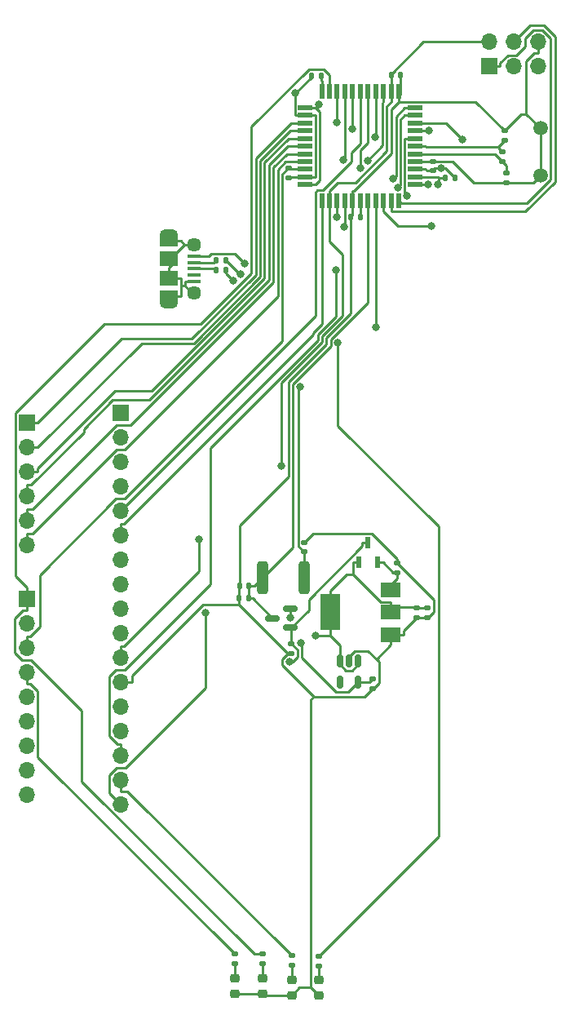
<source format=gbr>
%TF.GenerationSoftware,KiCad,Pcbnew,7.0.8*%
%TF.CreationDate,2023-11-08T08:48:13-05:00*%
%TF.ProjectId,Sleepduino,536c6565-7064-4756-996e-6f2e6b696361,rev?*%
%TF.SameCoordinates,Original*%
%TF.FileFunction,Copper,L1,Top*%
%TF.FilePolarity,Positive*%
%FSLAX46Y46*%
G04 Gerber Fmt 4.6, Leading zero omitted, Abs format (unit mm)*
G04 Created by KiCad (PCBNEW 7.0.8) date 2023-11-08 08:48:13*
%MOMM*%
%LPD*%
G01*
G04 APERTURE LIST*
G04 Aperture macros list*
%AMRoundRect*
0 Rectangle with rounded corners*
0 $1 Rounding radius*
0 $2 $3 $4 $5 $6 $7 $8 $9 X,Y pos of 4 corners*
0 Add a 4 corners polygon primitive as box body*
4,1,4,$2,$3,$4,$5,$6,$7,$8,$9,$2,$3,0*
0 Add four circle primitives for the rounded corners*
1,1,$1+$1,$2,$3*
1,1,$1+$1,$4,$5*
1,1,$1+$1,$6,$7*
1,1,$1+$1,$8,$9*
0 Add four rect primitives between the rounded corners*
20,1,$1+$1,$2,$3,$4,$5,0*
20,1,$1+$1,$4,$5,$6,$7,0*
20,1,$1+$1,$6,$7,$8,$9,0*
20,1,$1+$1,$8,$9,$2,$3,0*%
G04 Aperture macros list end*
%TA.AperFunction,ComponentPad*%
%ADD10R,1.700000X1.700000*%
%TD*%
%TA.AperFunction,ComponentPad*%
%ADD11O,1.700000X1.700000*%
%TD*%
%TA.AperFunction,SMDPad,CuDef*%
%ADD12RoundRect,0.135000X0.135000X0.185000X-0.135000X0.185000X-0.135000X-0.185000X0.135000X-0.185000X0*%
%TD*%
%TA.AperFunction,SMDPad,CuDef*%
%ADD13RoundRect,0.140000X-0.140000X-0.170000X0.140000X-0.170000X0.140000X0.170000X-0.140000X0.170000X0*%
%TD*%
%TA.AperFunction,SMDPad,CuDef*%
%ADD14RoundRect,0.140000X0.170000X-0.140000X0.170000X0.140000X-0.170000X0.140000X-0.170000X-0.140000X0*%
%TD*%
%TA.AperFunction,SMDPad,CuDef*%
%ADD15RoundRect,0.135000X-0.135000X-0.185000X0.135000X-0.185000X0.135000X0.185000X-0.135000X0.185000X0*%
%TD*%
%TA.AperFunction,SMDPad,CuDef*%
%ADD16RoundRect,0.135000X-0.185000X0.135000X-0.185000X-0.135000X0.185000X-0.135000X0.185000X0.135000X0*%
%TD*%
%TA.AperFunction,SMDPad,CuDef*%
%ADD17RoundRect,0.218750X0.256250X-0.218750X0.256250X0.218750X-0.256250X0.218750X-0.256250X-0.218750X0*%
%TD*%
%TA.AperFunction,SMDPad,CuDef*%
%ADD18R,2.000000X1.500000*%
%TD*%
%TA.AperFunction,SMDPad,CuDef*%
%ADD19R,2.000000X3.800000*%
%TD*%
%TA.AperFunction,SMDPad,CuDef*%
%ADD20RoundRect,0.140000X0.140000X0.170000X-0.140000X0.170000X-0.140000X-0.170000X0.140000X-0.170000X0*%
%TD*%
%TA.AperFunction,SMDPad,CuDef*%
%ADD21R,0.533400X1.168400*%
%TD*%
%TA.AperFunction,SMDPad,CuDef*%
%ADD22RoundRect,0.150000X0.587500X0.150000X-0.587500X0.150000X-0.587500X-0.150000X0.587500X-0.150000X0*%
%TD*%
%TA.AperFunction,SMDPad,CuDef*%
%ADD23RoundRect,0.140000X-0.170000X0.140000X-0.170000X-0.140000X0.170000X-0.140000X0.170000X0.140000X0*%
%TD*%
%TA.AperFunction,SMDPad,CuDef*%
%ADD24R,0.550000X1.500000*%
%TD*%
%TA.AperFunction,SMDPad,CuDef*%
%ADD25R,1.500000X0.550000*%
%TD*%
%TA.AperFunction,SMDPad,CuDef*%
%ADD26RoundRect,0.135000X0.185000X-0.135000X0.185000X0.135000X-0.185000X0.135000X-0.185000X-0.135000X0*%
%TD*%
%TA.AperFunction,SMDPad,CuDef*%
%ADD27R,1.350000X0.400000*%
%TD*%
%TA.AperFunction,ComponentPad*%
%ADD28O,1.900000X1.200000*%
%TD*%
%TA.AperFunction,SMDPad,CuDef*%
%ADD29R,1.900000X1.200000*%
%TD*%
%TA.AperFunction,ComponentPad*%
%ADD30C,1.450000*%
%TD*%
%TA.AperFunction,SMDPad,CuDef*%
%ADD31R,1.900000X1.500000*%
%TD*%
%TA.AperFunction,SMDPad,CuDef*%
%ADD32RoundRect,0.150000X-0.150000X0.512500X-0.150000X-0.512500X0.150000X-0.512500X0.150000X0.512500X0*%
%TD*%
%TA.AperFunction,ComponentPad*%
%ADD33C,1.500000*%
%TD*%
%TA.AperFunction,SMDPad,CuDef*%
%ADD34RoundRect,0.250000X-0.312500X-1.450000X0.312500X-1.450000X0.312500X1.450000X-0.312500X1.450000X0*%
%TD*%
%TA.AperFunction,ViaPad*%
%ADD35C,0.800000*%
%TD*%
%TA.AperFunction,Conductor*%
%ADD36C,0.250000*%
%TD*%
G04 APERTURE END LIST*
D10*
%TO.P,J3,1,Pin_1*%
%TO.N,~IO13*%
X153797000Y-99060000D03*
D11*
%TO.P,J3,2,Pin_2*%
%TO.N,+3.3V*%
X153797000Y-101600000D03*
%TO.P,J3,3,Pin_3*%
%TO.N,AREF*%
X153797000Y-104140000D03*
%TO.P,J3,4,Pin_4*%
%TO.N,+5V*%
X153797000Y-106680000D03*
%TO.P,J3,5,Pin_5*%
%TO.N,RST*%
X153797000Y-109220000D03*
%TO.P,J3,6,Pin_6*%
%TO.N,GND*%
X153797000Y-111760000D03*
%TO.P,J3,7,Pin_7*%
%TO.N,Vin*%
X153797000Y-114300000D03*
%TO.P,J3,8,Pin_8*%
%TO.N,MISO*%
X153797000Y-116840000D03*
%TO.P,J3,9,Pin_9*%
%TO.N,SCK*%
X153797000Y-119380000D03*
%TD*%
D10*
%TO.P,J5,1,Pin_1*%
%TO.N,A0*%
X153797000Y-80772000D03*
D11*
%TO.P,J5,2,Pin_2*%
%TO.N,A1*%
X153797000Y-83312000D03*
%TO.P,J5,3,Pin_3*%
%TO.N,A2*%
X153797000Y-85852000D03*
%TO.P,J5,4,Pin_4*%
%TO.N,A3*%
X153797000Y-88392000D03*
%TO.P,J5,5,Pin_5*%
%TO.N,A4*%
X153797000Y-90932000D03*
%TO.P,J5,6,Pin_6*%
%TO.N,A5*%
X153797000Y-93472000D03*
%TD*%
D10*
%TO.P,J4,1,Pin_1*%
%TO.N,~IO12*%
X163576000Y-79756000D03*
D11*
%TO.P,J4,2,Pin_2*%
%TO.N,~IO11*%
X163576000Y-82296000D03*
%TO.P,J4,3,Pin_3*%
%TO.N,~IO10*%
X163576000Y-84836000D03*
%TO.P,J4,4,Pin_4*%
%TO.N,~IO9*%
X163576000Y-87376000D03*
%TO.P,J4,5,Pin_5*%
%TO.N,IO8*%
X163576000Y-89916000D03*
%TO.P,J4,6,Pin_6*%
%TO.N,~D7*%
X163576000Y-92456000D03*
%TO.P,J4,7,Pin_7*%
%TO.N,~D6*%
X163576000Y-94996000D03*
%TO.P,J4,8,Pin_8*%
%TO.N,~D5*%
X163576000Y-97536000D03*
%TO.P,J4,9,Pin_9*%
%TO.N,~D4*%
X163576000Y-100076000D03*
%TO.P,J4,10,Pin_10*%
%TO.N,D3{slash}SCL*%
X163576000Y-102616000D03*
%TO.P,J4,11,Pin_11*%
%TO.N,D2{slash}SDA*%
X163576000Y-105156000D03*
%TO.P,J4,12,Pin_12*%
%TO.N,GND*%
X163576000Y-107696000D03*
%TO.P,J4,13,Pin_13*%
%TO.N,RST*%
X163576000Y-110236000D03*
%TO.P,J4,14,Pin_14*%
%TO.N,D0{slash}RX*%
X163576000Y-112776000D03*
%TO.P,J4,15,Pin_15*%
%TO.N,D1{slash}TX*%
X163576000Y-115316000D03*
%TO.P,J4,16,Pin_16*%
%TO.N,RX_LED*%
X163576000Y-117856000D03*
%TO.P,J4,17,Pin_17*%
%TO.N,MOSI*%
X163576000Y-120396000D03*
%TD*%
D12*
%TO.P,R11,1*%
%TO.N,Net-(U1-~{HWB}{slash}PE2)*%
X184404000Y-44831000D03*
%TO.P,R11,2*%
%TO.N,GND*%
X183384000Y-44831000D03*
%TD*%
%TO.P,R10,2*%
%TO.N,RST*%
X197231000Y-55372000D03*
%TO.P,R10,1*%
%TO.N,+5V*%
X198251000Y-55372000D03*
%TD*%
D13*
%TO.P,C12,1*%
%TO.N,+5V*%
X191643000Y-44704000D03*
%TO.P,C12,2*%
%TO.N,GND*%
X192603000Y-44704000D03*
%TD*%
D14*
%TO.P,C11,2*%
%TO.N,GND*%
X195961000Y-53650000D03*
%TO.P,C11,1*%
%TO.N,+5V*%
X195961000Y-54610000D03*
%TD*%
%TO.P,C10,1*%
%TO.N,GND*%
X180975000Y-55344000D03*
%TO.P,C10,2*%
%TO.N,AREF*%
X180975000Y-54384000D03*
%TD*%
D13*
%TO.P,C9,1*%
%TO.N,GND*%
X187480000Y-59436000D03*
%TO.P,C9,2*%
%TO.N,Net-(U1-UCAP)*%
X188440000Y-59436000D03*
%TD*%
D15*
%TO.P,R6,2*%
%TO.N,D-*%
X174494000Y-63923000D03*
%TO.P,R6,1*%
%TO.N,Net-(J2-D-)*%
X173474000Y-63923000D03*
%TD*%
D16*
%TO.P,R9,1*%
%TO.N,+5V*%
X175394800Y-135931400D03*
%TO.P,R9,2*%
%TO.N,Net-(ON1-A)*%
X175394800Y-136951400D03*
%TD*%
%TO.P,R1,1*%
%TO.N,Vin*%
X181253000Y-103692000D03*
%TO.P,R1,2*%
%TO.N,GND*%
X181253000Y-104712000D03*
%TD*%
D17*
%TO.P,LED_BUILTIN1,1,K*%
%TO.N,GND*%
X178323700Y-140046400D03*
%TO.P,LED_BUILTIN1,2,A*%
%TO.N,Net-(LED_BUILTIN1-A)*%
X178323700Y-138471400D03*
%TD*%
D16*
%TO.P,R7,1*%
%TO.N,Net-(U1-PD5)*%
X184150000Y-136144000D03*
%TO.P,R7,2*%
%TO.N,Net-(TX1-A)*%
X184150000Y-137164000D03*
%TD*%
%TO.P,R8,2*%
%TO.N,Net-(LED_BUILTIN1-A)*%
X178323700Y-136951400D03*
%TO.P,R8,1*%
%TO.N,~IO13*%
X178323700Y-135931400D03*
%TD*%
D14*
%TO.P,C1,1*%
%TO.N,Net-(U2-S)*%
X192253000Y-96337000D03*
%TO.P,C1,2*%
%TO.N,GND*%
X192253000Y-95377000D03*
%TD*%
D18*
%TO.P,U3,1,GND*%
%TO.N,GND*%
X191618000Y-102757000D03*
%TO.P,U3,2,VO*%
%TO.N,+5V*%
X191618000Y-100457000D03*
D19*
X185318000Y-100457000D03*
D18*
%TO.P,U3,3,VI*%
%TO.N,Net-(U2-S)*%
X191618000Y-98157000D03*
%TD*%
D14*
%TO.P,C3,1*%
%TO.N,GND*%
X203581000Y-55852000D03*
%TO.P,C3,2*%
%TO.N,XTAL2*%
X203581000Y-54892000D03*
%TD*%
D20*
%TO.P,C7,1*%
%TO.N,Vusb*%
X176903000Y-97689500D03*
%TO.P,C7,2*%
%TO.N,GND*%
X175943000Y-97689500D03*
%TD*%
D14*
%TO.P,C8,2*%
%TO.N,GND*%
X182633000Y-93222000D03*
%TO.P,C8,1*%
%TO.N,Net-(J2-VBUS)*%
X182633000Y-94182000D03*
%TD*%
D21*
%TO.P,U2,1,G*%
%TO.N,+5V*%
X188302999Y-95248000D03*
%TO.P,U2,2,S*%
%TO.N,Net-(U2-S)*%
X190203001Y-95248000D03*
%TO.P,U2,3,D*%
%TO.N,Vin*%
X189253000Y-93216000D03*
%TD*%
D17*
%TO.P,TX1,1,K*%
%TO.N,GND*%
X184150000Y-140208000D03*
%TO.P,TX1,2,A*%
%TO.N,Net-(TX1-A)*%
X184150000Y-138633000D03*
%TD*%
D22*
%TO.P,Q1,1,G*%
%TO.N,Vin*%
X181220500Y-102022000D03*
%TO.P,Q1,2,S*%
%TO.N,+5V*%
X181220500Y-100122000D03*
%TO.P,Q1,3,D*%
%TO.N,Vusb*%
X179345500Y-101072000D03*
%TD*%
D23*
%TO.P,C4,1*%
%TO.N,GND*%
X203454000Y-50503000D03*
%TO.P,C4,2*%
%TO.N,XTAL1*%
X203454000Y-51463000D03*
%TD*%
D17*
%TO.P,ON1,1,K*%
%TO.N,GND*%
X175394800Y-140046400D03*
%TO.P,ON1,2,A*%
%TO.N,Net-(ON1-A)*%
X175394800Y-138471400D03*
%TD*%
D16*
%TO.P,R5,1*%
%TO.N,RX_LED*%
X181329300Y-136093000D03*
%TO.P,R5,2*%
%TO.N,Net-(RX1-A)*%
X181329300Y-137113000D03*
%TD*%
D10*
%TO.P,J1,1,Pin_1*%
%TO.N,MISO*%
X201803000Y-43815000D03*
D11*
%TO.P,J1,2,Pin_2*%
%TO.N,+5V*%
X201803000Y-41275000D03*
%TO.P,J1,3,Pin_3*%
%TO.N,SCK*%
X204343000Y-43815000D03*
%TO.P,J1,4,Pin_4*%
%TO.N,MOSI*%
X204343000Y-41275000D03*
%TO.P,J1,5,Pin_5*%
%TO.N,RESET*%
X206883000Y-43815000D03*
%TO.P,J1,6,Pin_6*%
%TO.N,GND*%
X206883000Y-41275000D03*
%TD*%
D12*
%TO.P,R3,1*%
%TO.N,Vusb*%
X176903000Y-99009500D03*
%TO.P,R3,2*%
%TO.N,GND*%
X175883000Y-99009500D03*
%TD*%
D15*
%TO.P,R4,2*%
%TO.N,D+*%
X174498000Y-64939000D03*
%TO.P,R4,1*%
%TO.N,Net-(J2-D+)*%
X173478000Y-64939000D03*
%TD*%
D24*
%TO.P,U1,1,PE6*%
%TO.N,~D7*%
X184443000Y-57785000D03*
%TO.P,U1,2,UVCC*%
%TO.N,+5V*%
X185243000Y-57785000D03*
%TO.P,U1,3,D-*%
%TO.N,D-*%
X186043000Y-57785000D03*
%TO.P,U1,4,D+*%
%TO.N,D+*%
X186843000Y-57785000D03*
%TO.P,U1,5,UGND*%
%TO.N,GND*%
X187643000Y-57785000D03*
%TO.P,U1,6,UCAP*%
%TO.N,Net-(U1-UCAP)*%
X188443000Y-57785000D03*
%TO.P,U1,7,VBUS*%
%TO.N,Vusb*%
X189243000Y-57785000D03*
%TO.P,U1,8,PB0*%
%TO.N,RX_LED*%
X190043000Y-57785000D03*
%TO.P,U1,9,PB1*%
%TO.N,SCK*%
X190843000Y-57785000D03*
%TO.P,U1,10,PB2*%
%TO.N,MOSI*%
X191643000Y-57785000D03*
%TO.P,U1,11,PB3*%
%TO.N,MISO*%
X192443000Y-57785000D03*
D25*
%TO.P,U1,12,PB7*%
%TO.N,~IO11*%
X194143000Y-56085000D03*
%TO.P,U1,13,~{RESET}*%
%TO.N,RST*%
X194143000Y-55285000D03*
%TO.P,U1,14,VCC*%
%TO.N,+5V*%
X194143000Y-54485000D03*
%TO.P,U1,15,GND*%
%TO.N,GND*%
X194143000Y-53685000D03*
%TO.P,U1,16,XTAL2*%
%TO.N,XTAL2*%
X194143000Y-52885000D03*
%TO.P,U1,17,XTAL1*%
%TO.N,XTAL1*%
X194143000Y-52085000D03*
%TO.P,U1,18,PD0*%
%TO.N,D3{slash}SCL*%
X194143000Y-51285000D03*
%TO.P,U1,19,PD1*%
%TO.N,D2{slash}SDA*%
X194143000Y-50485000D03*
%TO.P,U1,20,PD2*%
%TO.N,D0{slash}RX*%
X194143000Y-49685000D03*
%TO.P,U1,21,PD3*%
%TO.N,D1{slash}TX*%
X194143000Y-48885000D03*
%TO.P,U1,22,PD5*%
%TO.N,Net-(U1-PD5)*%
X194143000Y-48085000D03*
D24*
%TO.P,U1,23,GND*%
%TO.N,GND*%
X192443000Y-46385000D03*
%TO.P,U1,24,AVCC*%
%TO.N,+5V*%
X191643000Y-46385000D03*
%TO.P,U1,25,PD4*%
%TO.N,~D4*%
X190843000Y-46385000D03*
%TO.P,U1,26,PD6*%
%TO.N,~IO12*%
X190043000Y-46385000D03*
%TO.P,U1,27,PD7*%
%TO.N,~D6*%
X189243000Y-46385000D03*
%TO.P,U1,28,PB4*%
%TO.N,IO8*%
X188443000Y-46385000D03*
%TO.P,U1,29,PB5*%
%TO.N,~IO9*%
X187643000Y-46385000D03*
%TO.P,U1,30,PB6*%
%TO.N,~IO10*%
X186843000Y-46385000D03*
%TO.P,U1,31,PC6*%
%TO.N,~D5*%
X186043000Y-46385000D03*
%TO.P,U1,32,PC7*%
%TO.N,~IO13*%
X185243000Y-46385000D03*
%TO.P,U1,33,~{HWB}/PE2*%
%TO.N,Net-(U1-~{HWB}{slash}PE2)*%
X184443000Y-46385000D03*
D25*
%TO.P,U1,34,VCC*%
%TO.N,+5V*%
X182743000Y-48085000D03*
%TO.P,U1,35,GND*%
%TO.N,GND*%
X182743000Y-48885000D03*
%TO.P,U1,36,PF7*%
%TO.N,A0*%
X182743000Y-49685000D03*
%TO.P,U1,37,PF6*%
%TO.N,A1*%
X182743000Y-50485000D03*
%TO.P,U1,38,PF5*%
%TO.N,A2*%
X182743000Y-51285000D03*
%TO.P,U1,39,PF4*%
%TO.N,A3*%
X182743000Y-52085000D03*
%TO.P,U1,40,PF1*%
%TO.N,A4*%
X182743000Y-52885000D03*
%TO.P,U1,41,PF0*%
%TO.N,A5*%
X182743000Y-53685000D03*
%TO.P,U1,42,AREF*%
%TO.N,AREF*%
X182743000Y-54485000D03*
%TO.P,U1,43,GND*%
%TO.N,GND*%
X182743000Y-55285000D03*
%TO.P,U1,44,AVCC*%
%TO.N,+5V*%
X182743000Y-56085000D03*
%TD*%
D26*
%TO.P,R2,1*%
%TO.N,XTAL2*%
X203200000Y-53686000D03*
%TO.P,R2,2*%
%TO.N,XTAL1*%
X203200000Y-52666000D03*
%TD*%
D27*
%TO.P,J2,1,VBUS*%
%TO.N,Net-(J2-VBUS)*%
X171229000Y-63491000D03*
%TO.P,J2,2,D-*%
%TO.N,Net-(J2-D-)*%
X171229000Y-64141000D03*
%TO.P,J2,3,D+*%
%TO.N,Net-(J2-D+)*%
X171229000Y-64791000D03*
%TO.P,J2,4,ID*%
%TO.N,unconnected-(J2-ID-Pad4)*%
X171229000Y-65441000D03*
%TO.P,J2,5,GND*%
%TO.N,GND*%
X171229000Y-66091000D03*
D28*
%TO.P,J2,6,Shield*%
X168529000Y-61291000D03*
D29*
X168529000Y-61891000D03*
D30*
X171229000Y-62291000D03*
D31*
X168529000Y-63791000D03*
X168529000Y-65791000D03*
D30*
X171229000Y-67291000D03*
D29*
X168529000Y-67691000D03*
D28*
X168529000Y-68291000D03*
%TD*%
D23*
%TO.P,C6,2*%
%TO.N,GND*%
X189763000Y-108362000D03*
%TO.P,C6,1*%
%TO.N,+3.3V*%
X189763000Y-107402000D03*
%TD*%
%TO.P,C5,1*%
%TO.N,+5V*%
X195428000Y-100037000D03*
%TO.P,C5,2*%
%TO.N,GND*%
X195428000Y-100997000D03*
%TD*%
D32*
%TO.P,U4,1,VIN*%
%TO.N,+5V*%
X188223000Y-105464500D03*
%TO.P,U4,2,GND*%
%TO.N,GND*%
X187273000Y-105464500D03*
%TO.P,U4,3,ON/~{OFF}*%
%TO.N,+5V*%
X186323000Y-105464500D03*
%TO.P,U4,4,BP*%
%TO.N,unconnected-(U4-BP-Pad4)*%
X186323000Y-107739500D03*
%TO.P,U4,5,VOUT*%
%TO.N,+3.3V*%
X188223000Y-107739500D03*
%TD*%
D17*
%TO.P,RX1,1,K*%
%TO.N,GND*%
X181329300Y-140208000D03*
%TO.P,RX1,2,A*%
%TO.N,Net-(RX1-A)*%
X181329300Y-138633000D03*
%TD*%
D33*
%TO.P,Y2,1,1*%
%TO.N,GND*%
X207137000Y-55118000D03*
%TO.P,Y2,2,2*%
X207137000Y-50238000D03*
%TD*%
D23*
%TO.P,C2,1*%
%TO.N,+5V*%
X194318000Y-100037000D03*
%TO.P,C2,2*%
%TO.N,GND*%
X194318000Y-100997000D03*
%TD*%
D34*
%TO.P,F1,1*%
%TO.N,Vusb*%
X178315500Y-96842000D03*
%TO.P,F1,2*%
%TO.N,Net-(J2-VBUS)*%
X182590500Y-96842000D03*
%TD*%
D35*
%TO.N,D-*%
X185998900Y-59402400D03*
X176006400Y-65360700D03*
%TO.N,D+*%
X186751500Y-60467900D03*
X175297400Y-66069700D03*
%TO.N,RX_LED*%
X190043000Y-70868900D03*
%TO.N,RST*%
X196507800Y-56011900D03*
%TO.N,Net-(J2-VBUS)*%
X182181900Y-77039300D03*
X176424400Y-64308400D03*
%TO.N,+3.3V*%
X182300200Y-103669300D03*
%TO.N,~D5*%
X186043000Y-49654300D03*
%TO.N,~IO10*%
X186655500Y-53526000D03*
%TO.N,~IO9*%
X187643000Y-50311800D03*
%TO.N,~D6*%
X188442900Y-54328800D03*
%TO.N,~IO12*%
X190003900Y-51162800D03*
%TO.N,~D4*%
X189213800Y-53559200D03*
%TO.N,D1{slash}TX*%
X192327000Y-56424400D03*
X185914200Y-64956900D03*
%TO.N,D0{slash}RX*%
X199049000Y-51403500D03*
%TO.N,D2{slash}SDA*%
X195550300Y-50485000D03*
X171731000Y-92908500D03*
%TO.N,D3{slash}SCL*%
X193321700Y-57258400D03*
%TO.N,~IO11*%
X195495800Y-56041000D03*
%TO.N,Net-(U1-PD5)*%
X191870500Y-55458100D03*
X186124500Y-72476900D03*
%TO.N,Vin*%
X181058300Y-105595400D03*
%TO.N,MOSI*%
X172353400Y-100465200D03*
%TO.N,SCK*%
X195846300Y-60343200D03*
%TO.N,+5V*%
X184105500Y-47752000D03*
X181220500Y-101048500D03*
X180257100Y-85257500D03*
X183820900Y-102861700D03*
X196873500Y-54385000D03*
%TO.N,GND*%
X181702800Y-46601800D03*
%TD*%
D36*
%TO.N,D-*%
X186043000Y-57785000D02*
X186043000Y-58861900D01*
X185998900Y-58906000D02*
X185998900Y-59402400D01*
X186043000Y-58861900D02*
X185998900Y-58906000D01*
X175931700Y-65360700D02*
X176006400Y-65360700D01*
X174494000Y-63923000D02*
X175931700Y-65360700D01*
%TO.N,D+*%
X186843000Y-60376400D02*
X186751500Y-60467900D01*
X186843000Y-57785000D02*
X186843000Y-60376400D01*
X174498000Y-65270300D02*
X175297400Y-66069700D01*
X174498000Y-64939000D02*
X174498000Y-65270300D01*
%TO.N,RX_LED*%
X164269200Y-119032900D02*
X181329300Y-136093000D01*
X163576000Y-119032900D02*
X164269200Y-119032900D01*
X163576000Y-117856000D02*
X163576000Y-119032900D01*
X190043000Y-57785000D02*
X190043000Y-70868900D01*
%TO.N,RST*%
X196605600Y-55372000D02*
X197231000Y-55372000D01*
X196518600Y-55285000D02*
X196605600Y-55372000D01*
X194143000Y-55285000D02*
X196518600Y-55285000D01*
X196605600Y-55914100D02*
X196507800Y-56011900D01*
X196605600Y-55372000D02*
X196605600Y-55914100D01*
%TO.N,AREF*%
X181076000Y-54485000D02*
X180975000Y-54384000D01*
X182743000Y-54485000D02*
X181076000Y-54485000D01*
X153797000Y-104140000D02*
X153797000Y-102963100D01*
X154162800Y-102963100D02*
X153797000Y-102963100D01*
X155161600Y-101964300D02*
X154162800Y-102963100D01*
X155161600Y-96572700D02*
X155161600Y-101964300D01*
X163088300Y-88646000D02*
X155161600Y-96572700D01*
X163972400Y-88646000D02*
X163088300Y-88646000D01*
X180337600Y-72280800D02*
X163972400Y-88646000D01*
X180337600Y-55010300D02*
X180337600Y-72280800D01*
X180963900Y-54384000D02*
X180337600Y-55010300D01*
X180975000Y-54384000D02*
X180963900Y-54384000D01*
%TO.N,Net-(J2-D+)*%
X173330000Y-64791000D02*
X173478000Y-64939000D01*
X171229000Y-64791000D02*
X173330000Y-64791000D01*
%TO.N,Net-(J2-D-)*%
X173256000Y-64141000D02*
X173474000Y-63923000D01*
X171229000Y-64141000D02*
X173256000Y-64141000D01*
%TO.N,Net-(J2-VBUS)*%
X182633000Y-94182000D02*
X182611800Y-94203200D01*
X182590500Y-94224500D02*
X182590500Y-96842000D01*
X182611800Y-94203200D02*
X182590500Y-94224500D01*
X181989900Y-77231300D02*
X182181900Y-77039300D01*
X181989900Y-93581300D02*
X181989900Y-77231300D01*
X182611800Y-94203200D02*
X181989900Y-93581300D01*
X175386500Y-63270500D02*
X176424400Y-64308400D01*
X172949000Y-63270500D02*
X175386500Y-63270500D01*
X172728500Y-63491000D02*
X172949000Y-63270500D01*
X171229000Y-63491000D02*
X172728500Y-63491000D01*
%TO.N,+3.3V*%
X189425500Y-107739500D02*
X188223000Y-107739500D01*
X189763000Y-107402000D02*
X189425500Y-107739500D01*
X182384900Y-103754000D02*
X182300200Y-103669300D01*
X182384900Y-105157300D02*
X182384900Y-103754000D01*
X185957100Y-108729500D02*
X182384900Y-105157300D01*
X187233000Y-108729500D02*
X185957100Y-108729500D01*
X188223000Y-107739500D02*
X187233000Y-108729500D01*
%TO.N,Net-(U2-S)*%
X191618000Y-98157000D02*
X191618000Y-97618500D01*
X192253000Y-96983500D02*
X192253000Y-96337000D01*
X191618000Y-97618500D02*
X192253000Y-96983500D01*
X191885600Y-96337000D02*
X192253000Y-96337000D01*
X190796600Y-95248000D02*
X191885600Y-96337000D01*
X190203000Y-95248000D02*
X190796600Y-95248000D01*
%TO.N,Net-(TX1-A)*%
X184150000Y-138633000D02*
X184150000Y-137164000D01*
%TO.N,A5*%
X153797000Y-93472000D02*
X153797000Y-92295100D01*
X180702900Y-53685000D02*
X182743000Y-53685000D01*
X179875900Y-54512000D02*
X180702900Y-53685000D01*
X179875900Y-67661100D02*
X179875900Y-54512000D01*
X163971000Y-83566000D02*
X179875900Y-67661100D01*
X163171500Y-83566000D02*
X163971000Y-83566000D01*
X154442400Y-92295100D02*
X163171500Y-83566000D01*
X153797000Y-92295100D02*
X154442400Y-92295100D01*
%TO.N,A4*%
X153797000Y-90932000D02*
X153797000Y-89755100D01*
X180805400Y-52885000D02*
X182743000Y-52885000D01*
X179413700Y-54276700D02*
X180805400Y-52885000D01*
X179413700Y-66184000D02*
X179413700Y-54276700D01*
X164555200Y-81042500D02*
X179413700Y-66184000D01*
X163151100Y-81042500D02*
X164555200Y-81042500D01*
X154438500Y-89755100D02*
X163151100Y-81042500D01*
X153797000Y-89755100D02*
X154438500Y-89755100D01*
%TO.N,A3*%
X153797000Y-88392000D02*
X153797000Y-87215100D01*
X182743000Y-52085000D02*
X181666100Y-52085000D01*
X180913200Y-52085000D02*
X181666100Y-52085000D01*
X178961800Y-54036400D02*
X180913200Y-52085000D01*
X178961800Y-65996800D02*
X178961800Y-54036400D01*
X166539700Y-78418900D02*
X178961800Y-65996800D01*
X162727400Y-78418900D02*
X166539700Y-78418900D01*
X159728300Y-81418000D02*
X162727400Y-78418900D01*
X159728300Y-81771500D02*
X159728300Y-81418000D01*
X154284700Y-87215100D02*
X159728300Y-81771500D01*
X153797000Y-87215100D02*
X154284700Y-87215100D01*
%TO.N,A2*%
X153797000Y-85852000D02*
X154973900Y-85852000D01*
X182743000Y-51285000D02*
X181666100Y-51285000D01*
X181666100Y-51285100D02*
X181666100Y-51285000D01*
X181004700Y-51285100D02*
X181666100Y-51285100D01*
X178509900Y-53779900D02*
X181004700Y-51285100D01*
X178509900Y-65809600D02*
X178509900Y-53779900D01*
X166804400Y-77515100D02*
X178509900Y-65809600D01*
X162945000Y-77515100D02*
X166804400Y-77515100D01*
X154973900Y-85486200D02*
X162945000Y-77515100D01*
X154973900Y-85852000D02*
X154973900Y-85486200D01*
%TO.N,A1*%
X153797000Y-83312000D02*
X154973900Y-83312000D01*
X181149600Y-50485000D02*
X182743000Y-50485000D01*
X178058000Y-53576600D02*
X181149600Y-50485000D01*
X178058000Y-65622400D02*
X178058000Y-53576600D01*
X171151600Y-72528800D02*
X178058000Y-65622400D01*
X165757100Y-72528800D02*
X171151600Y-72528800D01*
X154973900Y-83312000D02*
X165757100Y-72528800D01*
%TO.N,A0*%
X153797000Y-80772000D02*
X154973900Y-80772000D01*
X182743000Y-49685000D02*
X181666100Y-49685000D01*
X181239100Y-49685000D02*
X181666100Y-49685000D01*
X177604600Y-53319500D02*
X181239100Y-49685000D01*
X177604600Y-65436700D02*
X177604600Y-53319500D01*
X170964400Y-72076900D02*
X177604600Y-65436700D01*
X163669000Y-72076900D02*
X170964400Y-72076900D01*
X154973900Y-80772000D02*
X163669000Y-72076900D01*
%TO.N,~D5*%
X186043000Y-46385000D02*
X186043000Y-49654300D01*
%TO.N,Net-(RX1-A)*%
X181329300Y-138633000D02*
X181329300Y-137113000D01*
%TO.N,~IO10*%
X186843000Y-53338500D02*
X186655500Y-53526000D01*
X186843000Y-46385000D02*
X186843000Y-53338500D01*
%TO.N,~IO9*%
X187643000Y-46385000D02*
X187643000Y-50311800D01*
%TO.N,IO8*%
X188443000Y-46385000D02*
X188443000Y-47461900D01*
X183841100Y-69650900D02*
X163576000Y-89916000D01*
X183841100Y-56859300D02*
X183841100Y-69650900D01*
X184013500Y-56686900D02*
X183841100Y-56859300D01*
X184530700Y-56686900D02*
X184013500Y-56686900D01*
X187530000Y-53687600D02*
X184530700Y-56686900D01*
X187530000Y-52771400D02*
X187530000Y-53687600D01*
X188443000Y-51858400D02*
X187530000Y-52771400D01*
X188443000Y-47461900D02*
X188443000Y-51858400D01*
%TO.N,~D6*%
X189243000Y-46385000D02*
X189243000Y-47461900D01*
X188442900Y-52497600D02*
X188442900Y-54328800D01*
X189243000Y-51697500D02*
X188442900Y-52497600D01*
X189243000Y-47461900D02*
X189243000Y-51697500D01*
%TO.N,~IO12*%
X190043000Y-51123700D02*
X190003900Y-51162800D01*
X190043000Y-46385000D02*
X190043000Y-51123700D01*
%TO.N,Net-(ON1-A)*%
X175394800Y-138471400D02*
X175394800Y-136951400D01*
%TO.N,~D4*%
X190843000Y-46385000D02*
X190843000Y-47461900D01*
X190743700Y-52029300D02*
X189213800Y-53559200D01*
X190743700Y-47561200D02*
X190743700Y-52029300D01*
X190843000Y-47461900D02*
X190743700Y-47561200D01*
%TO.N,D1{slash}TX*%
X163576000Y-115316000D02*
X163576000Y-114139100D01*
X194143000Y-48885000D02*
X193066100Y-48885000D01*
X192605400Y-49345700D02*
X193066100Y-48885000D01*
X192605400Y-56146000D02*
X192605400Y-49345700D01*
X192327000Y-56424400D02*
X192605400Y-56146000D01*
X163210200Y-114139100D02*
X163576000Y-114139100D01*
X162377400Y-113306300D02*
X163210200Y-114139100D01*
X162377400Y-107142400D02*
X162377400Y-113306300D01*
X163093800Y-106426000D02*
X162377400Y-107142400D01*
X163989400Y-106426000D02*
X163093800Y-106426000D01*
X172875000Y-97540400D02*
X163989400Y-106426000D01*
X172875000Y-83401000D02*
X172875000Y-97540400D01*
X184041900Y-72234100D02*
X172875000Y-83401000D01*
X184041900Y-71614300D02*
X184041900Y-72234100D01*
X185914200Y-69742000D02*
X184041900Y-71614300D01*
X185914200Y-64956900D02*
X185914200Y-69742000D01*
%TO.N,D0{slash}RX*%
X194143000Y-49685000D02*
X195219900Y-49685000D01*
X197330500Y-49685000D02*
X199049000Y-51403500D01*
X195219900Y-49685000D02*
X197330500Y-49685000D01*
%TO.N,D2{slash}SDA*%
X163576000Y-105156000D02*
X163576000Y-103979100D01*
X194143000Y-50485000D02*
X195550300Y-50485000D01*
X171731000Y-96191900D02*
X171731000Y-92908500D01*
X163943800Y-103979100D02*
X171731000Y-96191900D01*
X163576000Y-103979100D02*
X163943800Y-103979100D01*
%TO.N,D3{slash}SCL*%
X194143000Y-51285000D02*
X193066100Y-51285000D01*
X193066100Y-57002800D02*
X193321700Y-57258400D01*
X193066100Y-51285000D02*
X193066100Y-57002800D01*
%TO.N,~IO11*%
X195451800Y-56085000D02*
X195495800Y-56041000D01*
X194143000Y-56085000D02*
X195451800Y-56085000D01*
%TO.N,~D7*%
X163576000Y-92456000D02*
X163576000Y-91279100D01*
X184443000Y-57785000D02*
X184443000Y-58861900D01*
X163935400Y-91279100D02*
X163576000Y-91279100D01*
X183590000Y-71624500D02*
X163935400Y-91279100D01*
X183590000Y-71427100D02*
X183590000Y-71624500D01*
X184443000Y-70574100D02*
X183590000Y-71427100D01*
X184443000Y-58861900D02*
X184443000Y-70574100D01*
%TO.N,Net-(LED_BUILTIN1-A)*%
X178323700Y-138471400D02*
X178323700Y-136951400D01*
%TO.N,Net-(U1-~{HWB}{slash}PE2)*%
X184404000Y-45269100D02*
X184404000Y-44831000D01*
X184443000Y-45308100D02*
X184404000Y-45269100D01*
X184443000Y-46385000D02*
X184443000Y-45308100D01*
%TO.N,~IO13*%
X153797000Y-99060000D02*
X153797000Y-100236900D01*
X177433800Y-135931400D02*
X178323700Y-135931400D01*
X159514600Y-118012200D02*
X177433800Y-135931400D01*
X159514600Y-110696900D02*
X159514600Y-118012200D01*
X154227700Y-105410000D02*
X159514600Y-110696900D01*
X153328800Y-105410000D02*
X154227700Y-105410000D01*
X152576400Y-104657600D02*
X153328800Y-105410000D01*
X152576400Y-101089700D02*
X152576400Y-104657600D01*
X153429200Y-100236900D02*
X152576400Y-101089700D01*
X153797000Y-100236900D02*
X153429200Y-100236900D01*
X152620100Y-96706200D02*
X153797000Y-97883100D01*
X152620100Y-79771300D02*
X152620100Y-96706200D01*
X161857000Y-70534400D02*
X152620100Y-79771300D01*
X171861000Y-70534400D02*
X161857000Y-70534400D01*
X177152100Y-65243300D02*
X171861000Y-70534400D01*
X177152100Y-50070200D02*
X177152100Y-65243300D01*
X183108900Y-44113400D02*
X177152100Y-50070200D01*
X184663500Y-44113400D02*
X183108900Y-44113400D01*
X185243000Y-44692900D02*
X184663500Y-44113400D01*
X185243000Y-46385000D02*
X185243000Y-44692900D01*
X153797000Y-99060000D02*
X153797000Y-97883100D01*
%TO.N,Net-(U1-PD5)*%
X196569000Y-123725000D02*
X184150000Y-136144000D01*
X196569000Y-91571300D02*
X196569000Y-123725000D01*
X186124500Y-81126800D02*
X196569000Y-91571300D01*
X186124500Y-72476900D02*
X186124500Y-81126800D01*
X194143000Y-48085000D02*
X193066100Y-48085000D01*
X192153500Y-55175100D02*
X191870500Y-55458100D01*
X192153500Y-48997600D02*
X192153500Y-55175100D01*
X193066100Y-48085000D02*
X192153500Y-48997600D01*
%TO.N,Net-(U1-UCAP)*%
X188443000Y-59433000D02*
X188440000Y-59436000D01*
X188443000Y-57785000D02*
X188443000Y-59433000D01*
%TO.N,Vusb*%
X176903000Y-97689500D02*
X176903000Y-99009500D01*
X177283000Y-99009500D02*
X179345500Y-101072000D01*
X176903000Y-99009500D02*
X177283000Y-99009500D01*
X181436000Y-93721500D02*
X178315500Y-96842000D01*
X181436000Y-76757300D02*
X181436000Y-93721500D01*
X185397600Y-72795700D02*
X181436000Y-76757300D01*
X185397600Y-72175900D02*
X185397600Y-72795700D01*
X189243000Y-68330500D02*
X185397600Y-72175900D01*
X189243000Y-57785000D02*
X189243000Y-68330500D01*
X177468000Y-97689500D02*
X176903000Y-97689500D01*
X178315500Y-96842000D02*
X177468000Y-97689500D01*
%TO.N,Vin*%
X183090700Y-100216800D02*
X181253000Y-102054500D01*
X183090700Y-99120100D02*
X183090700Y-100216800D01*
X188659400Y-93551400D02*
X183090700Y-99120100D01*
X188659400Y-93216000D02*
X188659400Y-93551400D01*
X181220500Y-102022000D02*
X181253000Y-102054500D01*
X189253000Y-93216000D02*
X188659400Y-93216000D01*
X181253000Y-102054500D02*
X181253000Y-103692000D01*
X181415200Y-105595400D02*
X181058300Y-105595400D01*
X181909000Y-105101600D02*
X181415200Y-105595400D01*
X181909000Y-104348000D02*
X181909000Y-105101600D01*
X181253000Y-103692000D02*
X181909000Y-104348000D01*
%TO.N,MOSI*%
X172353400Y-108284300D02*
X172353400Y-100465200D01*
X164051700Y-116586000D02*
X172353400Y-108284300D01*
X163152100Y-116586000D02*
X164051700Y-116586000D01*
X162381600Y-117356500D02*
X163152100Y-116586000D01*
X162381600Y-119201600D02*
X162381600Y-117356500D01*
X163576000Y-120396000D02*
X162381600Y-119201600D01*
X205589200Y-58861900D02*
X191643000Y-58861900D01*
X208681300Y-55769800D02*
X205589200Y-58861900D01*
X208681300Y-40737400D02*
X208681300Y-55769800D01*
X207525300Y-39581400D02*
X208681300Y-40737400D01*
X206036600Y-39581400D02*
X207525300Y-39581400D01*
X204343000Y-41275000D02*
X206036600Y-39581400D01*
X191643000Y-57785000D02*
X191643000Y-58861900D01*
%TO.N,SCK*%
X190843000Y-57785000D02*
X190843000Y-58861900D01*
X192324300Y-60343200D02*
X195846300Y-60343200D01*
X190843000Y-58861900D02*
X192324300Y-60343200D01*
%TO.N,MISO*%
X201803000Y-43815000D02*
X202979900Y-43815000D01*
X192675600Y-58017600D02*
X192443000Y-57785000D01*
X205774600Y-58017600D02*
X192675600Y-58017600D01*
X208214000Y-55578200D02*
X205774600Y-58017600D01*
X208214000Y-40925200D02*
X208214000Y-55578200D01*
X207354400Y-40065600D02*
X208214000Y-40925200D01*
X206425600Y-40065600D02*
X207354400Y-40065600D01*
X205580200Y-40911000D02*
X206425600Y-40065600D01*
X205580200Y-41722300D02*
X205580200Y-40911000D01*
X204664400Y-42638100D02*
X205580200Y-41722300D01*
X203788900Y-42638100D02*
X204664400Y-42638100D01*
X202979900Y-43447100D02*
X203788900Y-42638100D01*
X202979900Y-43815000D02*
X202979900Y-43447100D01*
%TO.N,XTAL1*%
X194143000Y-52085000D02*
X195219900Y-52085000D01*
X202786500Y-52252500D02*
X203200000Y-52666000D01*
X202786500Y-52130500D02*
X202786500Y-52252500D01*
X195265400Y-52130500D02*
X202786500Y-52130500D01*
X195219900Y-52085000D02*
X195265400Y-52130500D01*
X202786500Y-52130500D02*
X203454000Y-51463000D01*
%TO.N,XTAL2*%
X194143000Y-52885000D02*
X195219900Y-52885000D01*
X202399000Y-52885000D02*
X203200000Y-53686000D01*
X195219900Y-52885000D02*
X202399000Y-52885000D01*
X203581000Y-54067000D02*
X203581000Y-54892000D01*
X203200000Y-53686000D02*
X203581000Y-54067000D01*
%TO.N,+5V*%
X188303000Y-95248000D02*
X187709400Y-95248000D01*
X154973900Y-115510500D02*
X175394800Y-135931400D01*
X154973900Y-108665900D02*
X154973900Y-115510500D01*
X154164900Y-107856900D02*
X154973900Y-108665900D01*
X153797000Y-107856900D02*
X154164900Y-107856900D01*
X153797000Y-106680000D02*
X153797000Y-107856900D01*
X185318000Y-100457000D02*
X185318000Y-98230100D01*
X182743000Y-48085000D02*
X183819900Y-48085000D01*
X185243000Y-57246500D02*
X185243000Y-56708100D01*
X191643000Y-46385000D02*
X191643000Y-47461900D01*
X195344900Y-54610000D02*
X195219900Y-54485000D01*
X195961000Y-54610000D02*
X195344900Y-54610000D01*
X194143000Y-54485000D02*
X195219900Y-54485000D01*
X185243000Y-57246500D02*
X185243000Y-57785000D01*
X181220500Y-100122000D02*
X181220500Y-101048500D01*
X186999700Y-96548400D02*
X185318000Y-98230100D01*
X187709400Y-96548400D02*
X186999700Y-96548400D01*
X187709400Y-95248000D02*
X187709400Y-96548400D01*
X190541100Y-99380100D02*
X191618000Y-99380100D01*
X187709400Y-96548400D02*
X190541100Y-99380100D01*
X191618000Y-100457000D02*
X191618000Y-99918500D01*
X191618000Y-99918500D02*
X191618000Y-99380100D01*
X184105500Y-47799400D02*
X184105500Y-47752000D01*
X183819900Y-48085000D02*
X184105500Y-47799400D01*
X182743000Y-56085000D02*
X183819900Y-56085000D01*
X184271800Y-55633100D02*
X183819900Y-56085000D01*
X184271800Y-48536900D02*
X184271800Y-55633100D01*
X183819900Y-48085000D02*
X184271800Y-48536900D01*
X185318000Y-100457000D02*
X185318000Y-102683900D01*
X185318000Y-102861700D02*
X185318000Y-102683900D01*
X194199500Y-99918500D02*
X194318000Y-100037000D01*
X191618000Y-99918500D02*
X194199500Y-99918500D01*
X195428000Y-100037000D02*
X194318000Y-100037000D01*
X196186000Y-54385000D02*
X196873500Y-54385000D01*
X195961000Y-54610000D02*
X196186000Y-54385000D01*
X197264000Y-54385000D02*
X198251000Y-55372000D01*
X196873500Y-54385000D02*
X197264000Y-54385000D01*
X191643000Y-46385000D02*
X191643000Y-44704000D01*
X195003800Y-41275000D02*
X201803000Y-41275000D01*
X191643000Y-44635800D02*
X195003800Y-41275000D01*
X191643000Y-44704000D02*
X191643000Y-44635800D01*
X185318000Y-102861700D02*
X183820900Y-102861700D01*
X191195600Y-47909300D02*
X191643000Y-47461900D01*
X191195600Y-52606300D02*
X191195600Y-47909300D01*
X187944700Y-55857200D02*
X191195600Y-52606300D01*
X186093900Y-55857200D02*
X187944700Y-55857200D01*
X185243000Y-56708100D02*
X186093900Y-55857200D01*
X186323000Y-103866700D02*
X186323000Y-105464500D01*
X185318000Y-102861700D02*
X186323000Y-103866700D01*
X188223000Y-105853000D02*
X188223000Y-105464500D01*
X187591400Y-106484600D02*
X188223000Y-105853000D01*
X186934600Y-106484600D02*
X187591400Y-106484600D01*
X186323000Y-105873000D02*
X186934600Y-106484600D01*
X186323000Y-105464500D02*
X186323000Y-105873000D01*
X180257100Y-76658000D02*
X180257100Y-85257500D01*
X184493800Y-72421300D02*
X180257100Y-76658000D01*
X184493800Y-71801500D02*
X184493800Y-72421300D01*
X186641100Y-69654200D02*
X184493800Y-71801500D01*
X186641100Y-63377000D02*
X186641100Y-69654200D01*
X185243000Y-61978900D02*
X186641100Y-63377000D01*
X185243000Y-57785000D02*
X185243000Y-61978900D01*
%TO.N,GND*%
X207137000Y-50238000D02*
X207137000Y-55118000D01*
X168529000Y-61891000D02*
X168529000Y-61291000D01*
X206883000Y-41275000D02*
X206883000Y-42451900D01*
X191618000Y-102757000D02*
X192944900Y-102757000D01*
X192944900Y-102370100D02*
X194318000Y-100997000D01*
X192944900Y-102757000D02*
X192944900Y-102370100D01*
X194318000Y-100997000D02*
X195428000Y-100997000D01*
X205692400Y-43274700D02*
X205692400Y-48793400D01*
X206515200Y-42451900D02*
X205692400Y-43274700D01*
X206883000Y-42451900D02*
X206515200Y-42451900D01*
X205692400Y-48793400D02*
X207137000Y-50238000D01*
X175394800Y-140046400D02*
X178323700Y-140046400D01*
X178485300Y-140208000D02*
X178323700Y-140046400D01*
X181329300Y-140208000D02*
X178485300Y-140208000D01*
X168529000Y-63791000D02*
X169167500Y-63791000D01*
X168529000Y-68291000D02*
X168529000Y-67691000D01*
X195517700Y-100997000D02*
X195428000Y-100997000D01*
X196078800Y-100435900D02*
X195517700Y-100997000D01*
X196078800Y-99163000D02*
X196078800Y-100435900D01*
X192292800Y-95377000D02*
X196078800Y-99163000D01*
X192253000Y-95377000D02*
X192292800Y-95377000D01*
X183550100Y-92304900D02*
X182633000Y-93222000D01*
X189655100Y-92304900D02*
X183550100Y-92304900D01*
X192253000Y-94902800D02*
X189655100Y-92304900D01*
X192253000Y-95377000D02*
X192253000Y-94902800D01*
X195254900Y-53650000D02*
X195219900Y-53685000D01*
X195961000Y-53650000D02*
X195254900Y-53650000D01*
X194143000Y-53685000D02*
X195219900Y-53685000D01*
X206403000Y-55852000D02*
X203581000Y-55852000D01*
X207137000Y-55118000D02*
X206403000Y-55852000D01*
X168529000Y-61891000D02*
X169805900Y-61891000D01*
X169167500Y-64075600D02*
X169167500Y-63791000D01*
X168529000Y-64714100D02*
X169167500Y-64075600D01*
X169167500Y-63329400D02*
X170205900Y-62291000D01*
X169167500Y-63791000D02*
X169167500Y-63329400D01*
X171229000Y-62291000D02*
X170205900Y-62291000D01*
X170205900Y-62291000D02*
X169805900Y-61891000D01*
X171229000Y-66091000D02*
X170227100Y-66091000D01*
X187643000Y-57785000D02*
X187643000Y-56708100D01*
X191618000Y-102757000D02*
X191618000Y-103833900D01*
X191618000Y-103833900D02*
X190122000Y-105329900D01*
X187273000Y-105043200D02*
X187273000Y-105464500D01*
X187846500Y-104469700D02*
X187273000Y-105043200D01*
X189261700Y-104469700D02*
X187846500Y-104469700D01*
X190122000Y-105329900D02*
X189261700Y-104469700D01*
X205163600Y-48793400D02*
X205692400Y-48793400D01*
X203454000Y-50503000D02*
X205163600Y-48793400D01*
X168529000Y-65766000D02*
X168529000Y-64714100D01*
X168529000Y-65766000D02*
X168529000Y-65791000D01*
X168529000Y-67691000D02*
X169805900Y-67691000D01*
X168529000Y-65791000D02*
X169805900Y-65791000D01*
X170227100Y-66091000D02*
X170227100Y-66539700D01*
X170978400Y-67291000D02*
X171229000Y-67291000D01*
X170227100Y-66539700D02*
X170978400Y-67291000D01*
X169805900Y-66539700D02*
X170227100Y-66539700D01*
X169805900Y-65791000D02*
X169805900Y-66539700D01*
X169805900Y-66539700D02*
X169805900Y-67691000D01*
X183384000Y-44920600D02*
X183384000Y-44831000D01*
X181702800Y-46601800D02*
X183384000Y-44920600D01*
X181666100Y-46638500D02*
X181702800Y-46601800D01*
X181666100Y-48885000D02*
X181666100Y-46638500D01*
X182204600Y-48885000D02*
X181666100Y-48885000D01*
X182204600Y-48885000D02*
X182743000Y-48885000D01*
X182743000Y-48885000D02*
X183819900Y-48885000D01*
X190400400Y-105608400D02*
X190122000Y-105329900D01*
X190400400Y-107760500D02*
X190400400Y-105608400D01*
X189798900Y-108362000D02*
X190400400Y-107760500D01*
X189763000Y-108362000D02*
X189798900Y-108362000D01*
X182140600Y-139396700D02*
X183338700Y-139396700D01*
X181329300Y-140208000D02*
X182140600Y-139396700D01*
X183338700Y-139396700D02*
X184150000Y-140208000D01*
X183338700Y-109513900D02*
X183643800Y-109208800D01*
X183338700Y-139396700D02*
X183338700Y-109513900D01*
X188916200Y-109208800D02*
X189763000Y-108362000D01*
X183643800Y-109208800D02*
X188916200Y-109208800D01*
X175883000Y-97749500D02*
X175883000Y-99009500D01*
X175943000Y-97689500D02*
X175883000Y-97749500D01*
X181253000Y-104712000D02*
X180913800Y-104712000D01*
X180331400Y-105896400D02*
X183643800Y-109208800D01*
X180331400Y-105294400D02*
X180331400Y-105896400D01*
X180913800Y-104712000D02*
X180331400Y-105294400D01*
X175883000Y-99009500D02*
X175883000Y-99681200D01*
X175883000Y-99681200D02*
X180913800Y-104712000D01*
X163576000Y-107696000D02*
X164752900Y-107696000D01*
X183819900Y-48885000D02*
X183819900Y-55285000D01*
X181034000Y-55285000D02*
X180975000Y-55344000D01*
X182743000Y-55285000D02*
X181034000Y-55285000D01*
X182743000Y-55285000D02*
X183819900Y-55285000D01*
X198015600Y-53650000D02*
X195961000Y-53650000D01*
X200217600Y-55852000D02*
X198015600Y-53650000D01*
X203581000Y-55852000D02*
X200217600Y-55852000D01*
X164752900Y-107037800D02*
X164752900Y-107696000D01*
X172109500Y-99681200D02*
X164752900Y-107037800D01*
X175883000Y-99681200D02*
X172109500Y-99681200D01*
X187643000Y-59273000D02*
X187480000Y-59436000D01*
X187643000Y-57785000D02*
X187643000Y-59273000D01*
X187782900Y-56708100D02*
X187643000Y-56708100D01*
X191647500Y-52843500D02*
X187782900Y-56708100D01*
X191647500Y-48257400D02*
X191647500Y-52843500D01*
X192443000Y-47461900D02*
X191647500Y-48257400D01*
X192443000Y-46385000D02*
X192443000Y-46923400D01*
X192443000Y-46923400D02*
X192443000Y-47461900D01*
X192603000Y-46763400D02*
X192603000Y-44704000D01*
X192443000Y-46923400D02*
X192603000Y-46763400D01*
X200412900Y-47461900D02*
X192443000Y-47461900D01*
X203454000Y-50503000D02*
X200412900Y-47461900D01*
X175943000Y-91445200D02*
X175943000Y-97689500D01*
X180984100Y-86404100D02*
X175943000Y-91445200D01*
X180984100Y-76570100D02*
X180984100Y-86404100D01*
X184945700Y-72608500D02*
X180984100Y-76570100D01*
X184945700Y-71988700D02*
X184945700Y-72608500D01*
X187480000Y-69454400D02*
X184945700Y-71988700D01*
X187480000Y-59436000D02*
X187480000Y-69454400D01*
%TD*%
M02*

</source>
